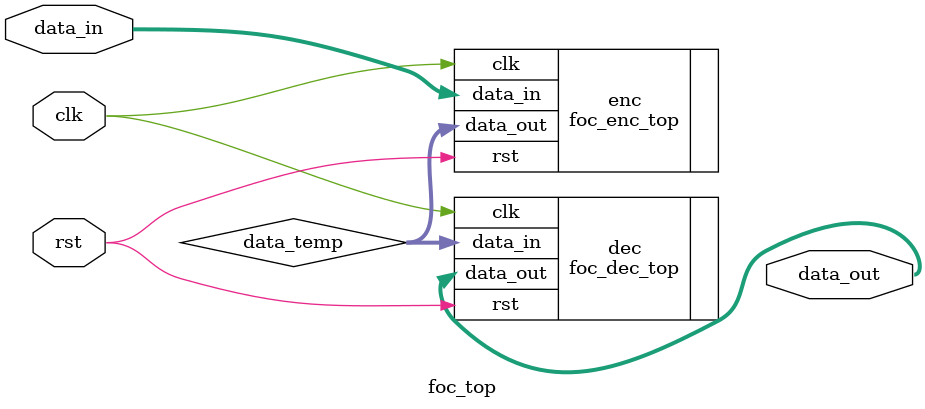
<source format=v>
module foc_top(clk,
					rst,
					data_in,
					data_out);										
input clk,rst;

input [31:0] data_in;

output [31:0] data_out;

wire [31:0] data_in;
wire [39:0] data_temp; 

// Instances 

foc_enc_top enc(.clk(clk),.rst(rst),.data_in(data_in),.data_out(data_temp));
foc_dec_top dec(.clk(clk),.rst(rst),.data_in(data_temp),.data_out(data_out));

endmodule

</source>
